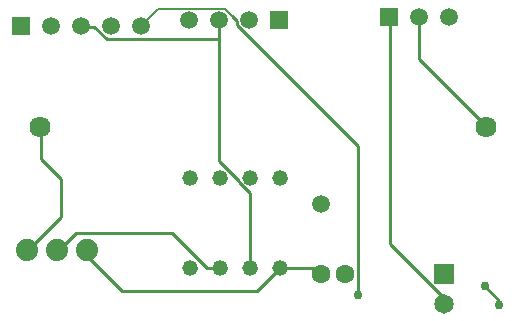
<source format=gbr>
G04 EAGLE Gerber RS-274X export*
G75*
%MOMM*%
%FSLAX34Y34*%
%LPD*%
%INBottom Copper*%
%IPPOS*%
%AMOC8*
5,1,8,0,0,1.08239X$1,22.5*%
G01*
%ADD10C,1.879600*%
%ADD11C,1.320800*%
%ADD12R,1.508000X1.508000*%
%ADD13C,1.508000*%
%ADD14C,1.651000*%
%ADD15R,1.651000X1.651000*%
%ADD16C,1.785000*%
%ADD17C,1.600000*%
%ADD18C,0.254000*%
%ADD19C,0.756400*%
%ADD20C,0.152400*%
D10*
X43307Y784617D03*
X68707Y784617D03*
X94107Y784617D03*
D11*
X257556Y845820D03*
X232156Y845820D03*
X232156Y769620D03*
X257556Y769620D03*
X206756Y845820D03*
X181356Y845820D03*
X206756Y769620D03*
X181356Y769620D03*
D12*
X38100Y974090D03*
D13*
X63500Y974090D03*
X88900Y974090D03*
X114300Y974090D03*
X139700Y974090D03*
D12*
X256540Y979170D03*
D13*
X231140Y979170D03*
X205740Y979170D03*
X180340Y979170D03*
D14*
X396240Y739340D03*
D15*
X396240Y764340D03*
D16*
X431800Y889000D03*
X53600Y889000D03*
D13*
X374588Y982300D03*
D12*
X349188Y982300D03*
D13*
X399988Y982300D03*
X292038Y823550D03*
D17*
X292260Y764540D03*
X312260Y764540D03*
D18*
X396240Y743712D02*
X396240Y739340D01*
X396240Y743712D02*
X350520Y789432D01*
X350520Y981456D01*
X349188Y982300D01*
X71628Y812292D02*
X44196Y784860D01*
X54864Y888492D02*
X53600Y889000D01*
X44196Y784860D02*
X43307Y784617D01*
D19*
X442982Y738541D03*
X430558Y754380D03*
D18*
X442982Y741956D01*
X442982Y738541D01*
X54864Y861354D02*
X54864Y888492D01*
X71628Y844590D02*
X71628Y812292D01*
X71628Y844590D02*
X54864Y861354D01*
X257556Y769620D02*
X286512Y769620D01*
X291084Y765048D01*
X292260Y764540D01*
X374904Y946404D02*
X374904Y981456D01*
X374904Y946404D02*
X431292Y890016D01*
X374904Y981456D02*
X374588Y982300D01*
X431292Y890016D02*
X431800Y889000D01*
X94488Y783336D02*
X94488Y778764D01*
X123444Y749808D01*
X237744Y749808D01*
X257556Y769620D01*
X94488Y783336D02*
X94107Y784617D01*
X195072Y769620D02*
X206756Y769620D01*
X70104Y784860D02*
X68707Y784617D01*
X165862Y798830D02*
X195072Y769620D01*
X165862Y798830D02*
X84074Y798830D01*
X70104Y784860D01*
X205740Y963168D02*
X205740Y979170D01*
X231648Y769620D02*
X232156Y769620D01*
X89916Y973836D02*
X88900Y974090D01*
X89916Y973836D02*
X99940Y973836D01*
X110608Y963168D02*
X205740Y963168D01*
X110608Y963168D02*
X99940Y973836D01*
X205740Y963168D02*
X205740Y860127D01*
X231648Y833037D02*
X231648Y769620D01*
X231648Y833037D02*
X222758Y841927D01*
X222758Y843109D02*
X205740Y860127D01*
X222758Y843109D02*
X222758Y841927D01*
D20*
X216408Y982980D02*
X210312Y989076D01*
X153924Y989076D01*
X140208Y975360D01*
D18*
X139700Y974090D01*
D19*
X323088Y746280D03*
D18*
X323088Y872608D01*
X220806Y974890D01*
X220806Y978582D02*
X216408Y982980D01*
X220806Y978582D02*
X220806Y974890D01*
M02*

</source>
